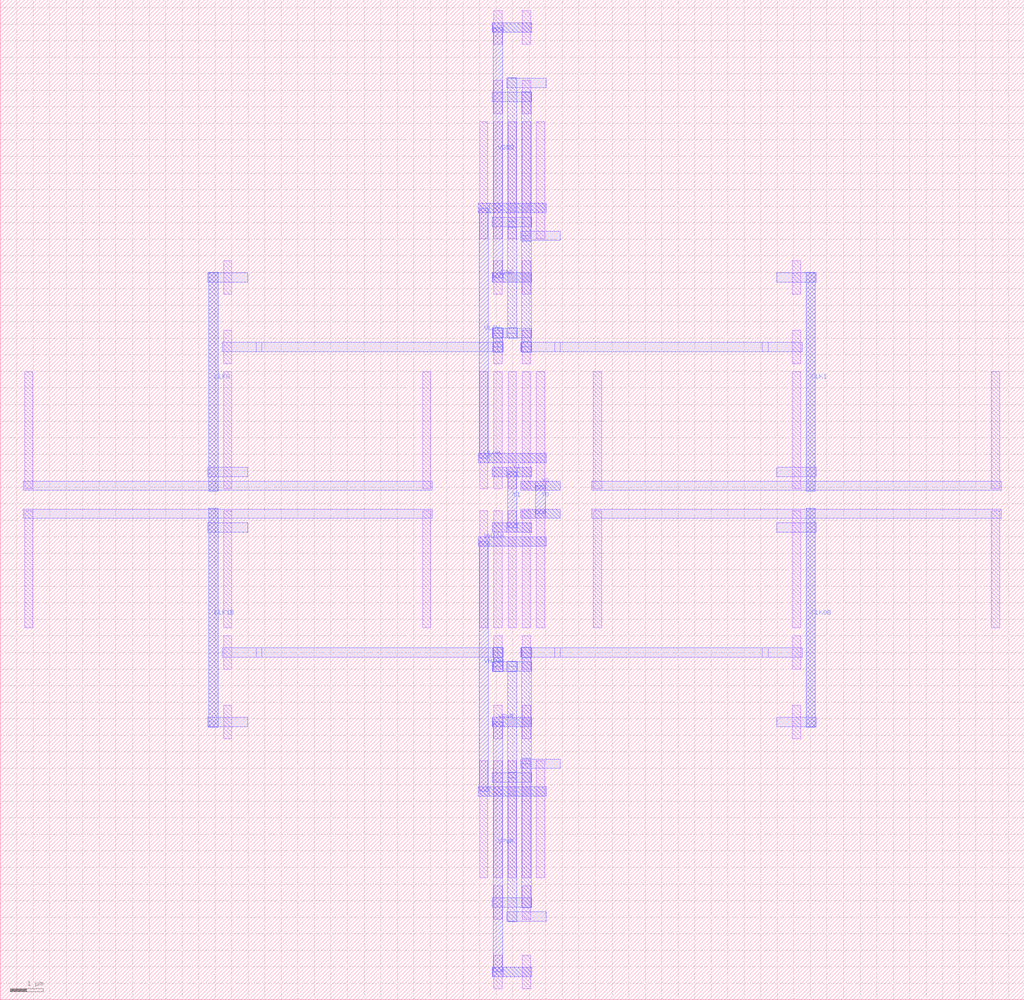
<source format=lef>
MACRO DCDC_HUNIT_CONV2TO1
  ORIGIN 0 0 ;
  FOREIGN DCDC_HUNIT_CONV2TO1 0 0 ;
  SIZE 30.96 BY 30.24 ;
  PIN CLK1B
    DIRECTION INOUT ;
    USE SIGNAL ;
    PORT 
      LAYER M3 ;
        RECT 6.31 8.24 6.59 14.86 ;
    END
  END CLK1B
  PIN CLK0B
    DIRECTION INOUT ;
    USE SIGNAL ;
    PORT 
      LAYER M3 ;
        RECT 24.37 8.24 24.65 14.86 ;
    END
  END CLK0B
  PIN VHIGH
    DIRECTION INOUT ;
    USE SIGNAL ;
    PORT 
      LAYER M2 ;
        RECT 14.45 6.16 16.51 6.44 ;
      LAYER M2 ;
        RECT 14.45 13.72 16.51 14 ;
      LAYER M2 ;
        RECT 14.46 6.16 14.78 6.44 ;
      LAYER M3 ;
        RECT 14.48 6.3 14.76 13.86 ;
      LAYER M2 ;
        RECT 14.46 13.72 14.78 14 ;
    END
  END VHIGH
  PIN Y0
    DIRECTION INOUT ;
    USE SIGNAL ;
    PORT 
      LAYER M2 ;
        RECT 15.74 14.56 16.94 14.84 ;
      LAYER M2 ;
        RECT 15.74 15.4 16.94 15.68 ;
      LAYER M2 ;
        RECT 16.18 14.56 16.5 14.84 ;
      LAYER M3 ;
        RECT 16.2 14.7 16.48 15.54 ;
      LAYER M2 ;
        RECT 16.18 15.4 16.5 15.68 ;
    END
  END Y0
  PIN Y1
    DIRECTION INOUT ;
    USE SIGNAL ;
    PORT 
      LAYER M2 ;
        RECT 14.88 14.14 16.08 14.42 ;
      LAYER M2 ;
        RECT 14.88 15.82 16.08 16.1 ;
      LAYER M2 ;
        RECT 15.32 14.14 15.64 14.42 ;
      LAYER M3 ;
        RECT 15.34 14.28 15.62 15.96 ;
      LAYER M2 ;
        RECT 15.32 15.82 15.64 16.1 ;
    END
  END Y1
  PIN VPWR
    DIRECTION INOUT ;
    USE SIGNAL ;
    PORT 
      LAYER M2 ;
        RECT 14.88 0.7 16.08 0.98 ;
      LAYER M2 ;
        RECT 14.88 8.26 16.08 8.54 ;
      LAYER M2 ;
        RECT 14.89 0.7 15.21 0.98 ;
      LAYER M3 ;
        RECT 14.91 0.84 15.19 8.4 ;
      LAYER M2 ;
        RECT 14.89 8.26 15.21 8.54 ;
    END
  END VPWR
  PIN CLK0
    DIRECTION INOUT ;
    USE SIGNAL ;
    PORT 
      LAYER M3 ;
        RECT 6.31 15.38 6.59 22 ;
    END
  END CLK0
  PIN CLK1
    DIRECTION INOUT ;
    USE SIGNAL ;
    PORT 
      LAYER M3 ;
        RECT 24.37 15.38 24.65 22 ;
    END
  END CLK1
  PIN VLOW
    DIRECTION INOUT ;
    USE SIGNAL ;
    PORT 
      LAYER M2 ;
        RECT 14.45 23.8 16.51 24.08 ;
      LAYER M2 ;
        RECT 14.45 16.24 16.51 16.52 ;
      LAYER M2 ;
        RECT 14.46 23.8 14.78 24.08 ;
      LAYER M3 ;
        RECT 14.48 16.38 14.76 23.94 ;
      LAYER M2 ;
        RECT 14.46 16.24 14.78 16.52 ;
    END
  END VLOW
  PIN VGND
    DIRECTION INOUT ;
    USE SIGNAL ;
    PORT 
      LAYER M2 ;
        RECT 14.88 29.26 16.08 29.54 ;
      LAYER M2 ;
        RECT 14.88 21.7 16.08 21.98 ;
      LAYER M2 ;
        RECT 14.89 29.26 15.21 29.54 ;
      LAYER M3 ;
        RECT 14.91 21.84 15.19 29.4 ;
      LAYER M2 ;
        RECT 14.89 21.7 15.21 21.98 ;
    END
  END VGND
  OBS 
  LAYER M3 ;
        RECT 15.77 2.78 16.05 7.3 ;
  LAYER M2 ;
        RECT 15.74 10.36 16.94 10.64 ;
  LAYER M2 ;
        RECT 23.05 10.36 24.25 10.64 ;
  LAYER M3 ;
        RECT 15.77 7.14 16.05 10.5 ;
  LAYER M2 ;
        RECT 15.75 10.36 16.07 10.64 ;
  LAYER M2 ;
        RECT 16.77 10.36 23.22 10.64 ;
  LAYER M2 ;
        RECT 15.75 10.36 16.07 10.64 ;
  LAYER M3 ;
        RECT 15.77 10.34 16.05 10.66 ;
  LAYER M2 ;
        RECT 15.75 10.36 16.07 10.64 ;
  LAYER M3 ;
        RECT 15.77 10.34 16.05 10.66 ;
  LAYER M2 ;
        RECT 15.75 10.36 16.07 10.64 ;
  LAYER M3 ;
        RECT 15.77 10.34 16.05 10.66 ;
  LAYER M2 ;
        RECT 15.75 10.36 16.07 10.64 ;
  LAYER M3 ;
        RECT 15.77 10.34 16.05 10.66 ;
  LAYER M3 ;
        RECT 15.34 2.36 15.62 6.88 ;
  LAYER M2 ;
        RECT 14.88 9.94 16.08 10.22 ;
  LAYER M2 ;
        RECT 6.71 10.36 7.91 10.64 ;
  LAYER M3 ;
        RECT 15.34 6.72 15.62 10.08 ;
  LAYER M2 ;
        RECT 15.32 9.94 15.64 10.22 ;
  LAYER M2 ;
        RECT 14.89 9.94 15.21 10.22 ;
  LAYER M3 ;
        RECT 14.91 10.08 15.19 10.5 ;
  LAYER M2 ;
        RECT 7.74 10.36 15.05 10.64 ;
  LAYER M2 ;
        RECT 15.32 9.94 15.64 10.22 ;
  LAYER M3 ;
        RECT 15.34 9.92 15.62 10.24 ;
  LAYER M2 ;
        RECT 15.32 9.94 15.64 10.22 ;
  LAYER M3 ;
        RECT 15.34 9.92 15.62 10.24 ;
  LAYER M2 ;
        RECT 14.89 9.94 15.21 10.22 ;
  LAYER M3 ;
        RECT 14.91 9.92 15.19 10.24 ;
  LAYER M2 ;
        RECT 14.89 10.36 15.21 10.64 ;
  LAYER M3 ;
        RECT 14.91 10.34 15.19 10.66 ;
  LAYER M2 ;
        RECT 15.32 9.94 15.64 10.22 ;
  LAYER M3 ;
        RECT 15.34 9.92 15.62 10.24 ;
  LAYER M2 ;
        RECT 14.89 9.94 15.21 10.22 ;
  LAYER M3 ;
        RECT 14.91 9.92 15.19 10.24 ;
  LAYER M2 ;
        RECT 14.89 10.36 15.21 10.64 ;
  LAYER M3 ;
        RECT 14.91 10.34 15.19 10.66 ;
  LAYER M2 ;
        RECT 15.32 9.94 15.64 10.22 ;
  LAYER M3 ;
        RECT 15.34 9.92 15.62 10.24 ;
  LAYER M1 ;
        RECT 15.785 3.695 16.035 7.225 ;
  LAYER M1 ;
        RECT 15.785 2.435 16.035 3.445 ;
  LAYER M1 ;
        RECT 15.785 0.335 16.035 1.345 ;
  LAYER M1 ;
        RECT 16.215 3.695 16.465 7.225 ;
  LAYER M1 ;
        RECT 15.355 3.695 15.605 7.225 ;
  LAYER M1 ;
        RECT 14.925 3.695 15.175 7.225 ;
  LAYER M1 ;
        RECT 14.925 2.435 15.175 3.445 ;
  LAYER M1 ;
        RECT 14.925 0.335 15.175 1.345 ;
  LAYER M1 ;
        RECT 14.495 3.695 14.745 7.225 ;
  LAYER M2 ;
        RECT 15.74 7 16.94 7.28 ;
  LAYER M2 ;
        RECT 14.88 2.8 16.08 3.08 ;
  LAYER M2 ;
        RECT 14.88 6.58 16.08 6.86 ;
  LAYER M2 ;
        RECT 15.31 2.38 16.51 2.66 ;
  LAYER M2 ;
        RECT 14.88 0.7 16.08 0.98 ;
  LAYER M3 ;
        RECT 15.77 2.78 16.05 7.3 ;
  LAYER M3 ;
        RECT 15.34 2.36 15.62 6.88 ;
  LAYER M2 ;
        RECT 14.45 6.16 16.51 6.44 ;
  LAYER M1 ;
        RECT 15.785 11.255 16.035 14.785 ;
  LAYER M1 ;
        RECT 15.785 9.995 16.035 11.005 ;
  LAYER M1 ;
        RECT 15.785 7.895 16.035 8.905 ;
  LAYER M1 ;
        RECT 16.215 11.255 16.465 14.785 ;
  LAYER M1 ;
        RECT 15.355 11.255 15.605 14.785 ;
  LAYER M1 ;
        RECT 14.925 11.255 15.175 14.785 ;
  LAYER M1 ;
        RECT 14.925 9.995 15.175 11.005 ;
  LAYER M1 ;
        RECT 14.925 7.895 15.175 8.905 ;
  LAYER M1 ;
        RECT 14.495 11.255 14.745 14.785 ;
  LAYER M2 ;
        RECT 14.88 8.26 16.08 8.54 ;
  LAYER M2 ;
        RECT 15.74 14.56 16.94 14.84 ;
  LAYER M2 ;
        RECT 14.88 14.14 16.08 14.42 ;
  LAYER M2 ;
        RECT 15.74 10.36 16.94 10.64 ;
  LAYER M2 ;
        RECT 14.88 9.94 16.08 10.22 ;
  LAYER M2 ;
        RECT 14.45 13.72 16.51 14 ;
  LAYER M1 ;
        RECT 23.955 11.255 24.205 14.785 ;
  LAYER M1 ;
        RECT 23.955 9.995 24.205 11.005 ;
  LAYER M1 ;
        RECT 23.955 7.895 24.205 8.905 ;
  LAYER M1 ;
        RECT 17.935 11.255 18.185 14.785 ;
  LAYER M1 ;
        RECT 29.975 11.255 30.225 14.785 ;
  LAYER M2 ;
        RECT 17.89 14.56 30.27 14.84 ;
  LAYER M2 ;
        RECT 23.48 8.26 24.68 8.54 ;
  LAYER M2 ;
        RECT 23.48 14.14 24.68 14.42 ;
  LAYER M2 ;
        RECT 23.05 10.36 24.25 10.64 ;
  LAYER M3 ;
        RECT 24.37 8.24 24.65 14.86 ;
  LAYER M1 ;
        RECT 6.755 11.255 7.005 14.785 ;
  LAYER M1 ;
        RECT 6.755 9.995 7.005 11.005 ;
  LAYER M1 ;
        RECT 6.755 7.895 7.005 8.905 ;
  LAYER M1 ;
        RECT 12.775 11.255 13.025 14.785 ;
  LAYER M1 ;
        RECT 0.735 11.255 0.985 14.785 ;
  LAYER M2 ;
        RECT 0.69 14.56 13.07 14.84 ;
  LAYER M2 ;
        RECT 6.28 8.26 7.48 8.54 ;
  LAYER M2 ;
        RECT 6.28 14.14 7.48 14.42 ;
  LAYER M2 ;
        RECT 6.71 10.36 7.91 10.64 ;
  LAYER M3 ;
        RECT 6.31 8.24 6.59 14.86 ;
  LAYER M3 ;
        RECT 15.77 22.94 16.05 27.46 ;
  LAYER M2 ;
        RECT 15.74 19.6 16.94 19.88 ;
  LAYER M2 ;
        RECT 23.05 19.6 24.25 19.88 ;
  LAYER M3 ;
        RECT 15.77 19.74 16.05 23.1 ;
  LAYER M2 ;
        RECT 15.75 19.6 16.07 19.88 ;
  LAYER M2 ;
        RECT 16.77 19.6 23.22 19.88 ;
  LAYER M2 ;
        RECT 15.75 19.6 16.07 19.88 ;
  LAYER M3 ;
        RECT 15.77 19.58 16.05 19.9 ;
  LAYER M2 ;
        RECT 15.75 19.6 16.07 19.88 ;
  LAYER M3 ;
        RECT 15.77 19.58 16.05 19.9 ;
  LAYER M2 ;
        RECT 15.75 19.6 16.07 19.88 ;
  LAYER M3 ;
        RECT 15.77 19.58 16.05 19.9 ;
  LAYER M2 ;
        RECT 15.75 19.6 16.07 19.88 ;
  LAYER M3 ;
        RECT 15.77 19.58 16.05 19.9 ;
  LAYER M3 ;
        RECT 15.34 23.36 15.62 27.88 ;
  LAYER M2 ;
        RECT 14.88 20.02 16.08 20.3 ;
  LAYER M2 ;
        RECT 6.71 19.6 7.91 19.88 ;
  LAYER M3 ;
        RECT 15.34 20.16 15.62 23.52 ;
  LAYER M2 ;
        RECT 15.32 20.02 15.64 20.3 ;
  LAYER M2 ;
        RECT 14.89 20.02 15.21 20.3 ;
  LAYER M3 ;
        RECT 14.91 19.74 15.19 20.16 ;
  LAYER M2 ;
        RECT 7.74 19.6 15.05 19.88 ;
  LAYER M2 ;
        RECT 15.32 20.02 15.64 20.3 ;
  LAYER M3 ;
        RECT 15.34 20 15.62 20.32 ;
  LAYER M2 ;
        RECT 15.32 20.02 15.64 20.3 ;
  LAYER M3 ;
        RECT 15.34 20 15.62 20.32 ;
  LAYER M2 ;
        RECT 14.89 19.6 15.21 19.88 ;
  LAYER M3 ;
        RECT 14.91 19.58 15.19 19.9 ;
  LAYER M2 ;
        RECT 14.89 20.02 15.21 20.3 ;
  LAYER M3 ;
        RECT 14.91 20 15.19 20.32 ;
  LAYER M2 ;
        RECT 15.32 20.02 15.64 20.3 ;
  LAYER M3 ;
        RECT 15.34 20 15.62 20.32 ;
  LAYER M2 ;
        RECT 14.89 19.6 15.21 19.88 ;
  LAYER M3 ;
        RECT 14.91 19.58 15.19 19.9 ;
  LAYER M2 ;
        RECT 14.89 20.02 15.21 20.3 ;
  LAYER M3 ;
        RECT 14.91 20 15.19 20.32 ;
  LAYER M2 ;
        RECT 15.32 20.02 15.64 20.3 ;
  LAYER M3 ;
        RECT 15.34 20 15.62 20.32 ;
  LAYER M1 ;
        RECT 15.785 23.015 16.035 26.545 ;
  LAYER M1 ;
        RECT 15.785 26.795 16.035 27.805 ;
  LAYER M1 ;
        RECT 15.785 28.895 16.035 29.905 ;
  LAYER M1 ;
        RECT 16.215 23.015 16.465 26.545 ;
  LAYER M1 ;
        RECT 15.355 23.015 15.605 26.545 ;
  LAYER M1 ;
        RECT 14.925 23.015 15.175 26.545 ;
  LAYER M1 ;
        RECT 14.925 26.795 15.175 27.805 ;
  LAYER M1 ;
        RECT 14.925 28.895 15.175 29.905 ;
  LAYER M1 ;
        RECT 14.495 23.015 14.745 26.545 ;
  LAYER M2 ;
        RECT 15.74 22.96 16.94 23.24 ;
  LAYER M2 ;
        RECT 14.88 27.16 16.08 27.44 ;
  LAYER M2 ;
        RECT 14.88 23.38 16.08 23.66 ;
  LAYER M2 ;
        RECT 15.31 27.58 16.51 27.86 ;
  LAYER M2 ;
        RECT 14.88 29.26 16.08 29.54 ;
  LAYER M3 ;
        RECT 15.77 22.94 16.05 27.46 ;
  LAYER M3 ;
        RECT 15.34 23.36 15.62 27.88 ;
  LAYER M2 ;
        RECT 14.45 23.8 16.51 24.08 ;
  LAYER M1 ;
        RECT 15.785 15.455 16.035 18.985 ;
  LAYER M1 ;
        RECT 15.785 19.235 16.035 20.245 ;
  LAYER M1 ;
        RECT 15.785 21.335 16.035 22.345 ;
  LAYER M1 ;
        RECT 16.215 15.455 16.465 18.985 ;
  LAYER M1 ;
        RECT 15.355 15.455 15.605 18.985 ;
  LAYER M1 ;
        RECT 14.925 15.455 15.175 18.985 ;
  LAYER M1 ;
        RECT 14.925 19.235 15.175 20.245 ;
  LAYER M1 ;
        RECT 14.925 21.335 15.175 22.345 ;
  LAYER M1 ;
        RECT 14.495 15.455 14.745 18.985 ;
  LAYER M2 ;
        RECT 14.88 21.7 16.08 21.98 ;
  LAYER M2 ;
        RECT 15.74 15.4 16.94 15.68 ;
  LAYER M2 ;
        RECT 14.88 15.82 16.08 16.1 ;
  LAYER M2 ;
        RECT 15.74 19.6 16.94 19.88 ;
  LAYER M2 ;
        RECT 14.88 20.02 16.08 20.3 ;
  LAYER M2 ;
        RECT 14.45 16.24 16.51 16.52 ;
  LAYER M1 ;
        RECT 23.955 15.455 24.205 18.985 ;
  LAYER M1 ;
        RECT 23.955 19.235 24.205 20.245 ;
  LAYER M1 ;
        RECT 23.955 21.335 24.205 22.345 ;
  LAYER M1 ;
        RECT 17.935 15.455 18.185 18.985 ;
  LAYER M1 ;
        RECT 29.975 15.455 30.225 18.985 ;
  LAYER M2 ;
        RECT 17.89 15.4 30.27 15.68 ;
  LAYER M2 ;
        RECT 23.48 21.7 24.68 21.98 ;
  LAYER M2 ;
        RECT 23.48 15.82 24.68 16.1 ;
  LAYER M2 ;
        RECT 23.05 19.6 24.25 19.88 ;
  LAYER M3 ;
        RECT 24.37 15.38 24.65 22 ;
  LAYER M1 ;
        RECT 6.755 15.455 7.005 18.985 ;
  LAYER M1 ;
        RECT 6.755 19.235 7.005 20.245 ;
  LAYER M1 ;
        RECT 6.755 21.335 7.005 22.345 ;
  LAYER M1 ;
        RECT 12.775 15.455 13.025 18.985 ;
  LAYER M1 ;
        RECT 0.735 15.455 0.985 18.985 ;
  LAYER M2 ;
        RECT 0.69 15.4 13.07 15.68 ;
  LAYER M2 ;
        RECT 6.28 21.7 7.48 21.98 ;
  LAYER M2 ;
        RECT 6.28 15.82 7.48 16.1 ;
  LAYER M2 ;
        RECT 6.71 19.6 7.91 19.88 ;
  LAYER M3 ;
        RECT 6.31 15.38 6.59 22 ;
  END 
END DCDC_HUNIT_CONV2TO1

</source>
